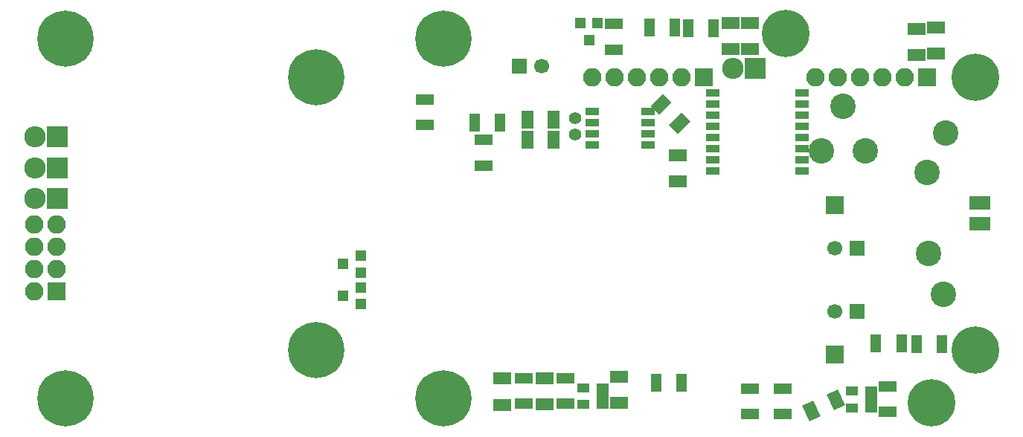
<source format=gts>
G04 #@! TF.FileFunction,Soldermask,Top*
%FSLAX46Y46*%
G04 Gerber Fmt 4.6, Leading zero omitted, Abs format (unit mm)*
G04 Created by KiCad (PCBNEW 4.0.4-stable) date 01/26/17 16:37:22*
%MOMM*%
%LPD*%
G01*
G04 APERTURE LIST*
%ADD10C,0.100000*%
%ADD11R,1.543000X0.908000*%
%ADD12R,1.300000X2.100000*%
%ADD13C,5.400000*%
%ADD14C,4.400000*%
%ADD15C,1.700000*%
%ADD16R,1.700000X1.700000*%
%ADD17R,2.429460X1.540460*%
%ADD18C,2.899360*%
%ADD19R,2.100000X1.300000*%
%ADD20C,2.900000*%
%ADD21C,6.400000*%
%ADD22R,2.432000X2.432000*%
%ADD23O,2.432000X2.432000*%
%ADD24R,1.400000X2.000000*%
%ADD25R,2.000000X1.400000*%
%ADD26R,1.200100X1.200100*%
%ADD27R,1.460000X1.050000*%
%ADD28R,2.100000X2.100000*%
%ADD29O,2.100000X2.100000*%
%ADD30C,1.400000*%
G04 APERTURE END LIST*
D10*
D11*
X90280000Y29455000D03*
X90280000Y30725000D03*
X90280000Y31995000D03*
X90280000Y33265000D03*
X90280000Y34535000D03*
X90280000Y35805000D03*
X90280000Y37075000D03*
X90280000Y38345000D03*
X80120000Y38345000D03*
X80120000Y37075000D03*
X80120000Y35805000D03*
X80120000Y34535000D03*
X80120000Y33265000D03*
X80120000Y31995000D03*
X80120000Y30725000D03*
X80120000Y29455000D03*
D12*
X75750000Y45740000D03*
X72850000Y45740000D03*
X106150000Y9700000D03*
X103250000Y9700000D03*
D13*
X88370000Y45060000D03*
D14*
X88370000Y45060000D03*
D15*
X94000000Y13400000D03*
D16*
X96500000Y13400000D03*
D17*
X110500000Y25803960D03*
X110500000Y23396040D03*
D18*
X94930000Y36760000D03*
X97429360Y31720640D03*
X92430640Y31720640D03*
D19*
X84300000Y4650000D03*
X84300000Y1750000D03*
D20*
X104644950Y20049232D03*
X106355050Y15350768D03*
X106556546Y33765769D03*
X104443454Y29234231D03*
D15*
X94000000Y20600000D03*
D16*
X96500000Y20600000D03*
D15*
X60600000Y41400000D03*
D16*
X58100000Y41400000D03*
D21*
X6450000Y3500000D03*
D14*
X6450000Y3500000D03*
D21*
X49450000Y3500000D03*
D14*
X49450000Y3500000D03*
D13*
X104950000Y3000000D03*
D14*
X104950000Y3000000D03*
D21*
X49450000Y44500000D03*
D14*
X49450000Y44500000D03*
D21*
X6450000Y44500000D03*
D14*
X6450000Y44500000D03*
D22*
X5500000Y33300000D03*
D23*
X2960000Y33300000D03*
D22*
X5500000Y29800000D03*
D23*
X2960000Y29800000D03*
D22*
X5500000Y26300000D03*
D23*
X2960000Y26300000D03*
D22*
X84870000Y41130000D03*
D23*
X82330000Y41130000D03*
D11*
X72675000Y36205000D03*
X72675000Y34935000D03*
X72675000Y33665000D03*
X72675000Y32395000D03*
X66325000Y32395000D03*
X66325000Y33665000D03*
X66325000Y34935000D03*
X66325000Y36205000D03*
D24*
X62000000Y33000000D03*
X59000000Y33000000D03*
X62000000Y35300000D03*
X59000000Y35300000D03*
D10*
G36*
X77502082Y35112132D02*
X76087868Y33697918D01*
X75097918Y34687868D01*
X76512132Y36102082D01*
X77502082Y35112132D01*
X77502082Y35112132D01*
G37*
G36*
X75380762Y37233452D02*
X73966548Y35819238D01*
X72976598Y36809188D01*
X74390812Y38223402D01*
X75380762Y37233452D01*
X75380762Y37233452D01*
G37*
D25*
X84340000Y43280000D03*
X84340000Y46280000D03*
X60950000Y2800000D03*
X60950000Y5800000D03*
X56150000Y2780000D03*
X56150000Y5780000D03*
X69450000Y2980000D03*
X69450000Y5980000D03*
D10*
G36*
X94271259Y4536068D02*
X95116496Y2723452D01*
X93847665Y2131786D01*
X93002428Y3944402D01*
X94271259Y4536068D01*
X94271259Y4536068D01*
G37*
G36*
X91552335Y3268214D02*
X92397572Y1455598D01*
X91128741Y863932D01*
X90283504Y2676548D01*
X91552335Y3268214D01*
X91552335Y3268214D01*
G37*
D25*
X76100000Y31200000D03*
X76100000Y28200000D03*
X105490000Y45770000D03*
X105490000Y42770000D03*
X103310000Y45620000D03*
X103310000Y42620000D03*
D26*
X66940000Y46310760D03*
X65040000Y46310760D03*
X65990000Y44311780D03*
D19*
X54030000Y30050000D03*
X54030000Y32950000D03*
D12*
X55850000Y34900000D03*
X52950000Y34900000D03*
D19*
X47300000Y34650000D03*
X47300000Y37550000D03*
D12*
X73650000Y5300000D03*
X76550000Y5300000D03*
D19*
X63350000Y5830000D03*
X63350000Y2930000D03*
X58550000Y5830000D03*
X58550000Y2930000D03*
D12*
X77250000Y45710000D03*
X80150000Y45710000D03*
D19*
X100000000Y4850000D03*
X100000000Y1950000D03*
X88000000Y1750000D03*
X88000000Y4650000D03*
D12*
X98650000Y9800000D03*
X101550000Y9800000D03*
D19*
X68820000Y43260000D03*
X68820000Y46160000D03*
D27*
X67550000Y2830000D03*
X67550000Y3780000D03*
X67550000Y4730000D03*
X65350000Y4730000D03*
X65350000Y2830000D03*
D26*
X40000760Y14250000D03*
X40000760Y16150000D03*
X38001780Y15200000D03*
X40000760Y17850000D03*
X40000760Y19750000D03*
X38001780Y18800000D03*
D27*
X98100000Y2450000D03*
X98100000Y3400000D03*
X98100000Y4350000D03*
X95900000Y4350000D03*
X95900000Y2450000D03*
D13*
X109950000Y9050000D03*
D14*
X109950000Y9050000D03*
D13*
X109950000Y40050000D03*
D14*
X109950000Y40050000D03*
D21*
X34950000Y40050000D03*
D14*
X34950000Y40050000D03*
D21*
X34950000Y9050000D03*
D14*
X34950000Y9050000D03*
D28*
X5400000Y15680000D03*
D29*
X2860000Y15680000D03*
X5400000Y18220000D03*
X2860000Y18220000D03*
X5400000Y20760000D03*
X2860000Y20760000D03*
X5400000Y23300000D03*
X2860000Y23300000D03*
D25*
X82100000Y46300000D03*
X82100000Y43300000D03*
D28*
X104450000Y40050000D03*
D29*
X101910000Y40050000D03*
X99370000Y40050000D03*
X96830000Y40050000D03*
X94290000Y40050000D03*
X91750000Y40050000D03*
D28*
X79050000Y40050000D03*
D29*
X76510000Y40050000D03*
X73970000Y40050000D03*
X71430000Y40050000D03*
X68890000Y40050000D03*
X66350000Y40050000D03*
D28*
X94000000Y8500000D03*
X94000000Y25500000D03*
D30*
X64400000Y35450700D03*
X64400000Y33550700D03*
M02*

</source>
